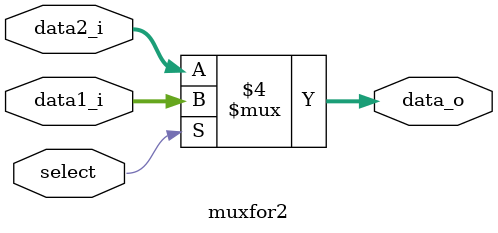
<source format=v>
module muxfor2(
	input	[31:0]	data1_i, data2_i,
	input	select,
	output reg  [31:0]	data_o
	);


always@(*)begin
	if (select == 1'b1)
		data_o = data1_i;
	else
		data_o = data2_i;
end
endmodule
</source>
